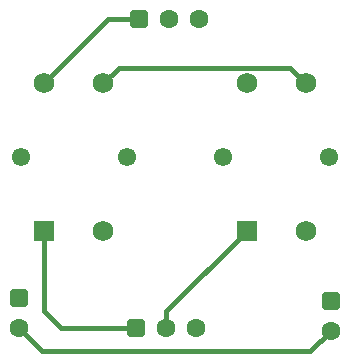
<source format=gbl>
G04*
G04 #@! TF.GenerationSoftware,Altium Limited,Altium Designer,24.1.2 (44)*
G04*
G04 Layer_Physical_Order=2*
G04 Layer_Color=12874092*
%FSLAX44Y44*%
%MOMM*%
G71*
G04*
G04 #@! TF.SameCoordinates,F4167936-B6C4-4533-BD87-858211744F6C*
G04*
G04*
G04 #@! TF.FilePolarity,Positive*
G04*
G01*
G75*
%ADD20C,0.3810*%
G04:AMPARAMS|DCode=21|XSize=1.6mm|YSize=1.6mm|CornerRadius=0.4mm|HoleSize=0mm|Usage=FLASHONLY|Rotation=270.000|XOffset=0mm|YOffset=0mm|HoleType=Round|Shape=RoundedRectangle|*
%AMROUNDEDRECTD21*
21,1,1.6000,0.8000,0,0,270.0*
21,1,0.8000,1.6000,0,0,270.0*
1,1,0.8000,-0.4000,-0.4000*
1,1,0.8000,-0.4000,0.4000*
1,1,0.8000,0.4000,0.4000*
1,1,0.8000,0.4000,-0.4000*
%
%ADD21ROUNDEDRECTD21*%
%ADD22C,1.6000*%
G04:AMPARAMS|DCode=23|XSize=1.6mm|YSize=1.6mm|CornerRadius=0.4mm|HoleSize=0mm|Usage=FLASHONLY|Rotation=0.000|XOffset=0mm|YOffset=0mm|HoleType=Round|Shape=RoundedRectangle|*
%AMROUNDEDRECTD23*
21,1,1.6000,0.8000,0,0,0.0*
21,1,0.8000,1.6000,0,0,0.0*
1,1,0.8000,0.4000,-0.4000*
1,1,0.8000,-0.4000,-0.4000*
1,1,0.8000,-0.4000,0.4000*
1,1,0.8000,0.4000,0.4000*
%
%ADD23ROUNDEDRECTD23*%
%ADD24C,1.7500*%
%ADD25R,1.7500X1.7500*%
%ADD26C,1.5500*%
D20*
X49380Y42164D02*
Y110220D01*
Y42164D02*
X63604Y27940D01*
X127000D01*
X27940D02*
X47752Y8128D01*
X274828D01*
X292100Y25400D01*
X99380Y235220D02*
X112318Y248158D01*
X257722D01*
X270660Y235220D01*
X49380D02*
X103720Y289560D01*
X129540D01*
X152400Y27940D02*
Y41960D01*
X220660Y110220D01*
D21*
X292100Y50800D02*
D03*
X27940Y53340D02*
D03*
D22*
X292100Y25400D02*
D03*
X27940Y27940D02*
D03*
X154940Y289560D02*
D03*
X180340D02*
D03*
X152400Y27940D02*
D03*
X177800D02*
D03*
D23*
X129540Y289560D02*
D03*
X127000Y27940D02*
D03*
D24*
X270660Y235220D02*
D03*
Y110220D02*
D03*
X220660Y235220D02*
D03*
X99380D02*
D03*
Y110220D02*
D03*
X49380Y235220D02*
D03*
D25*
X220660Y110220D02*
D03*
X49380D02*
D03*
D26*
X290660Y172720D02*
D03*
X200660D02*
D03*
X119380D02*
D03*
X29380D02*
D03*
M02*

</source>
